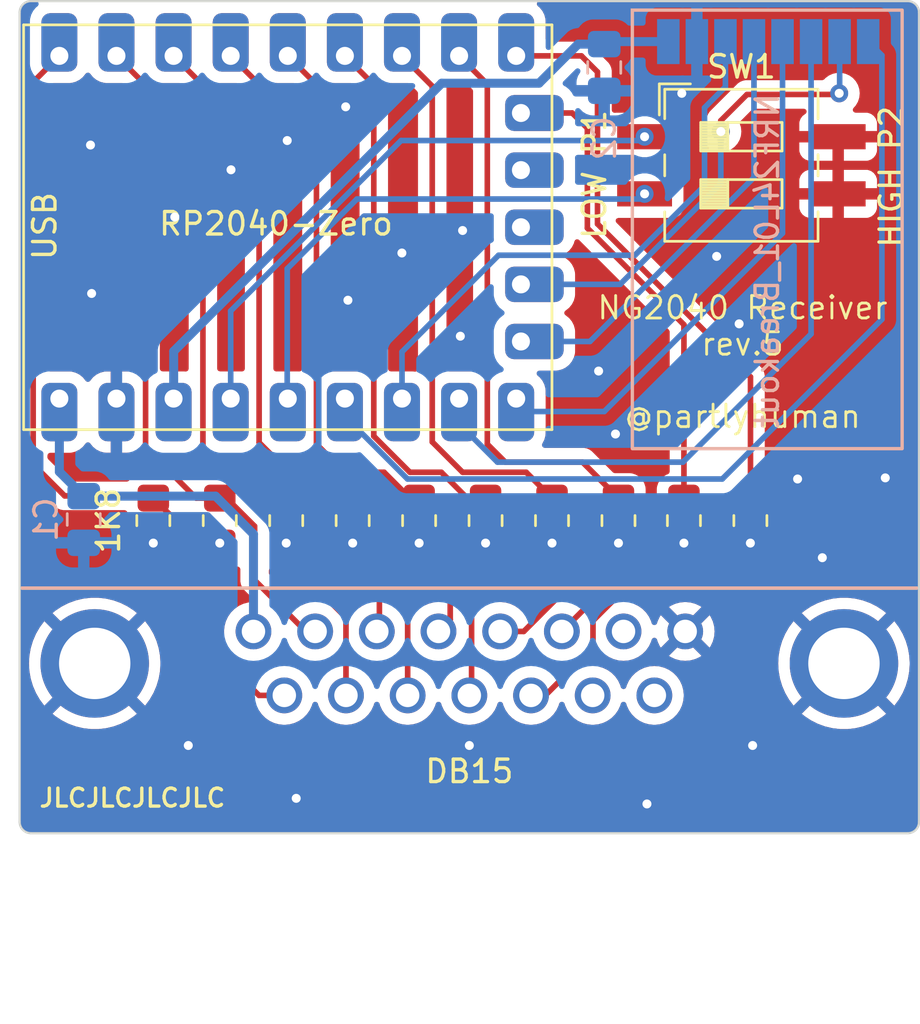
<source format=kicad_pcb>
(kicad_pcb (version 20240108) (generator "pcbnew") (generator_version "8.0")
  (title_block (title "NG2040 Receiver") (date "2023-11-18") (rev "5") (company "@partlyhuman"))
  (layers (0 "F.Cu" signal) (31 "B.Cu" signal) (34 "B.Paste" user) (35 "F.Paste" user) (36 "B.SilkS" user "B.Silkscreen") (37 "F.SilkS" user "F.Silkscreen") (38 "B.Mask" user) (39 "F.Mask" user) (44 "Edge.Cuts" user))
  (net 0 "")
  (net 2 "/VCC")
  (net 3 "/DD")
  (net 4 "/DR")
  (net 5 "/BB")
  (net 6 "/BD")
  (net 7 "/SEL")
  (net 9 "/DU")
  (net 10 "/DL")
  (net 11 "/BA")
  (net 12 "/BC")
  (net 13 "/STA")
  (net 14 "/MISO")
  (net 15 "/CS")
  (net 16 "/SCK")
  (net 17 "/MOSI")
  (net 18 "/CE")
  (net 19 "/IRQ")
  (net 21 "/3V3")
  (net 22 "GND")
  (net 23 "/SET_POWER")
  (net 24 "/SET_PLAYER")
  (footprint "Resistor_SMD:R_0805_2012Metric_Pad1.20x1.40mm_HandSolder" (layer "F.Cu") (at 97.76666 80.1 -90)
    (property "Reference" "R5")
    (property "Value" "1K8")
    (fp_line (start -0.227064 0.735) (end 0.227064 0.735) (stroke (width 0.12)) (layer "F.SilkS"))
    (fp_line (start -0.227064 -0.735) (end 0.227064 -0.735) (stroke (width 0.12)) (layer "F.SilkS"))
    (pad "1" smd roundrect (at -1 0 270) (size 1.2 1.4) (layers "F.Cu" "F.Paste" "F.Mask") (roundrect_rratio 0.2083333333) (net 11 "/BA"))
    (pad "2" smd roundrect (at 1 0 270) (size 1.2 1.4) (layers "F.Cu" "F.Paste" "F.Mask") (roundrect_rratio 0.2083333333) (net 22 "GND"))
  )
  (footprint "RP2040Zero:RP2040-Zero" (layer "F.Cu") (at 104.625 77.215 90)
    (property "Reference" "U1")
    (property "Value" "RP2040-Zero" (at 10.315 -13.225 0) (layer "F.SilkS"))
    (fp_line (start 19.16 -24.45) (end 1.16 -24.45) (stroke (width 0.12)) (layer "F.SilkS"))
    (fp_line (start 1.16 -24.45) (end 1.16 -0.95) (stroke (width 0.12)) (layer "F.SilkS"))
    (fp_line (start 19.16 -0.95) (end 19.16 -24.45) (stroke (width 0.12)) (layer "F.SilkS"))
    (fp_line (start 1.16 -0.95) (end 19.16 -0.95) (stroke (width 0.12)) (layer "F.SilkS"))
    (pad "1" thru_hole roundrect (at 17.78 -22.86 90) (size 2.6 1.6) (drill 0.8 (offset 0.6 0)) (layers "*.Cu" "*.Mask") (net 9 "/DU"))
    (pad "2" thru_hole roundrect (at 17.78 -20.32 90) (size 2.6 1.6) (drill 0.8 (offset 0.6 0)) (layers "*.Cu" "*.Mask") (net 3 "/DD"))
    (pad "3" thru_hole roundrect (at 17.78 -17.78 90) (size 2.6 1.6) (drill 0.8 (offset 0.6 0)) (layers "*.Cu" "*.Mask") (net 10 "/DL"))
    (pad "4" thru_hole roundrect (at 17.78 -15.24 90) (size 2.6 1.6) (drill 0.8 (offset 0.6 0)) (layers "*.Cu" "*.Mask") (net 4 "/DR"))
    (pad "5" thru_hole roundrect (at 17.78 -12.7 90) (size 2.6 1.6) (drill 0.8 (offset 0.6 0)) (layers "*.Cu" "*.Mask") (net 11 "/BA"))
    (pad "6" thru_hole roundrect (at 17.78 -10.16 90) (size 2.6 1.6002) (drill 0.8 (offset 0.6 0)) (layers "*.Cu" "*.Mask") (net 5 "/BB"))
    (pad "7" thru_hole roundrect (at 17.78 -7.62 90) (size 2.6 1.6002) (drill 0.8 (offset 0.6 0)) (layers "*.Cu" "*.Mask") (net 12 "/BC"))
    (pad "8" thru_hole roundrect (at 17.78 -5.08 90) (size 2.6 1.6002) (drill 0.8 (offset 0.6 0)) (layers "*.Cu" "*.Mask") (net 6 "/BD"))
    (pad "9" thru_hole roundrect (at 17.78 -2.54 90) (size 2.6 1.6002) (drill 0.8 (offset 0.6 0)) (layers "*.Cu" "*.Mask") (net 13 "/STA"))
    (pad "10" thru_hole roundrect (at 15.24 -2.33 90) (size 1.6 2.6) (drill 0.8 (offset 0 0.6)) (layers "*.Cu" "*.Mask") (net 7 "/SEL"))
    (pad "11" thru_hole roundrect (at 12.7 -2.33 90) (size 1.5748 2.6) (drill 0.8 (offset 0 0.6)) (layers "*.Cu" "*.Mask"))
    (pad "12" thru_hole roundrect (at 10.16 -2.33 90) (size 1.5748 2.6) (drill 0.8 (offset 0 0.6)) (layers "*.Cu" "*.Mask"))
    (pad "13" thru_hole roundrect (at 7.62 -2.33 90) (size 1.5748 2.6) (drill 0.8 (offset 0 0.6)) (layers "*.Cu" "*.Mask") (net 14 "/MISO"))
    (pad "14" thru_hole roundrect (at 5.08 -2.33 90) (size 1.5748 2.6) (drill 0.8 (offset 0 0.6)) (layers "*.Cu" "*.Mask") (net 15 "/CS"))
    (pad "15" thru_hole roundrect (at 2.54 -2.54 90) (size 2.6 1.6002) (drill 0.8 (offset -0.6 0)) (layers "*.Cu" "*.Mask") (net 16 "/SCK"))
    (pad "16" thru_hole roundrect (at 2.54 -5.08 90) (size 2.6 1.6002) (drill 0.8 (offset -0.6 0)) (layers "*.Cu" "*.Mask") (net 17 "/MOSI"))
    (pad "17" thru_hole roundrect (at 2.54 -7.62 90) (size 2.6 1.6002) (drill 0.8 (offset -0.6 0)) (layers "*.Cu" "*.Mask") (net 18 "/CE"))
    (pad "18" thru_hole roundrect (at 2.54 -10.16 90) (size 2.6 1.6002) (drill 0.8 (offset -0.6 0)) (layers "*.Cu" "*.Mask") (net 19 "/IRQ"))
    (pad "19" thru_hole roundrect (at 2.54 -12.7 90) (size 2.6 1.6002) (drill 0.8 (offset -0.6 0)) (layers "*.Cu" "*.Mask") (net 23 "/SET_POWER"))
    (pad "20" thru_hole roundrect (at 2.54 -15.24 90) (size 2.6 1.6002) (drill 0.8 (offset -0.6 0)) (layers "*.Cu" "*.Mask") (net 24 "/SET_PLAYER"))
    (pad "21" thru_hole roundrect (at 2.54 -17.78 90) (size 2.6 1.6002) (drill 0.8 (offset -0.6 0)) (layers "*.Cu" "*.Mask") (net 21 "/3V3"))
    (pad "22" thru_hole roundrect (at 2.54 -20.32 90) (size 2.6 1.6002) (drill 0.8 (offset -0.6 0)) (layers "*.Cu" "*.Mask") (net 22 "GND"))
    (pad "23" thru_hole roundrect (at 2.54 -22.86 90) (size 2.6 1.6002) (drill 0.8 (offset -0.6 0)) (layers "*.Cu" "*.Mask") (net 2 "/VCC"))
  )
  (footprint "DB15:TE_Connectivity-5747845-5-0-0-MFG" (layer "F.Cu") (at 100 92.75 180)
    (property "Reference" "J1" (hide yes))
    (property "Value" "DB15_F" (hide yes))
    (pad "0" thru_hole circle (at -16.6624 6.2992 180) (size 4.825 4.825) (drill 3.175) (layers "*.Cu" "*.Mask") (net 22 "GND"))
    (pad "0" thru_hole circle (at 16.6624 6.2992 180) (size 4.825 4.825) (drill 3.175) (layers "*.Cu" "*.Mask") (net 22 "GND"))
    (pad "1" thru_hole circle (at -9.601192 7.7216 180) (size 1.591397 1.591397) (drill 1.0414) (layers "*.Cu" "*.Mask") (net 22 "GND"))
    (pad "2" thru_hole circle (at -6.857993 7.7216 180) (size 1.591397 1.591397) (drill 1.0414) (layers "*.Cu" "*.Mask"))
    (pad "3" thru_hole circle (at -4.114794 7.7216 180) (size 1.591397 1.591397) (drill 1.0414) (layers "*.Cu" "*.Mask") (net 7 "/SEL"))
    (pad "4" thru_hole circle (at -1.371595 7.7216 180) (size 1.591397 1.591397) (drill 1.0414) (layers "*.Cu" "*.Mask") (net 6 "/BD"))
    (pad "5" thru_hole circle (at 1.371604 7.7216 180) (size 1.591397 1.591397) (drill 1.0414) (layers "*.Cu" "*.Mask") (net 5 "/BB"))
    (pad "6" thru_hole circle (at 4.114803 7.7216 180) (size 1.591397 1.591397) (drill 1.0414) (layers "*.Cu" "*.Mask") (net 4 "/DR"))
    (pad "7" thru_hole circle (at 6.858002 7.7216 180) (size 1.591397 1.591397) (drill 1.0414) (layers "*.Cu" "*.Mask") (net 3 "/DD"))
    (pad "8" thru_hole circle (at 9.601201 7.7216 180) (size 1.591397 1.591397) (drill 1.0414) (layers "*.Cu" "*.Mask") (net 2 "/VCC"))
    (pad "9" thru_hole circle (at -8.2296 4.8768 180) (size 1.591397 1.591397) (drill 1.0414) (layers "*.Cu" "*.Mask"))
    (pad "10" thru_hole circle (at -5.486401 4.8768 180) (size 1.591397 1.591397) (drill 1.0414) (layers "*.Cu" "*.Mask"))
    (pad "11" thru_hole circle (at -2.743202 4.8768 180) (size 1.591397 1.591397) (drill 1.0414) (layers "*.Cu" "*.Mask") (net 13 "/STA"))
    (pad "12" thru_hole circle (at -0.000003 4.8768 180) (size 1.591397 1.591397) (drill 1.0414) (layers "*.Cu" "*.Mask") (net 12 "/BC"))
    (pad "13" thru_hole circle (at 2.743196 4.8768 180) (size 1.591397 1.591397) (drill 1.0414) (layers "*.Cu" "*.Mask") (net 11 "/BA"))
    (pad "14" thru_hole circle (at 5.486395 4.8768 180) (size 1.591397 1.591397) (drill 1.0414) (layers "*.Cu" "*.Mask") (net 10 "/DL"))
    (pad "15" thru_hole circle (at 8.229594 4.8768 180) (size 1.591397 1.591397) (drill 1.0414) (layers "*.Cu" "*.Mask") (net 9 "/DU"))
  )
  (footprint "Resistor_SMD:R_0805_2012Metric_Pad1.20x1.40mm_HandSolder" (layer "F.Cu") (at 88.899995 80.1 -90)
    (property "Reference" "R2")
    (property "Value" "1K8")
    (fp_line (start -0.227064 0.735) (end 0.227064 0.735) (stroke (width 0.12)) (layer "F.SilkS"))
    (fp_line (start -0.227064 -0.735) (end 0.227064 -0.735) (stroke (width 0.12)) (layer "F.SilkS"))
    (pad "1" smd roundrect (at -1 0 270) (size 1.2 1.4) (layers "F.Cu" "F.Paste" "F.Mask") (roundrect_rratio 0.2083333333) (net 3 "/DD"))
    (pad "2" smd roundrect (at 1 0 270) (size 1.2 1.4) (layers "F.Cu" "F.Paste" "F.Mask") (roundrect_rratio 0.2083333333) (net 22 "GND"))
  )
  (footprint "Resistor_SMD:R_0805_2012Metric_Pad1.20x1.40mm_HandSolder" (layer "F.Cu") (at 103.67777 80.1 -90)
    (property "Reference" "R7")
    (property "Value" "1K8")
    (fp_line (start -0.227064 0.735) (end 0.227064 0.735) (stroke (width 0.12)) (layer "F.SilkS"))
    (fp_line (start -0.227064 -0.735) (end 0.227064 -0.735) (stroke (width 0.12)) (layer "F.SilkS"))
    (pad "1" smd roundrect (at -1 0 270) (size 1.2 1.4) (layers "F.Cu" "F.Paste" "F.Mask") (roundrect_rratio 0.2083333333) (net 12 "/BC"))
    (pad "2" smd roundrect (at 1 0 270) (size 1.2 1.4) (layers "F.Cu" "F.Paste" "F.Mask") (roundrect_rratio 0.2083333333) (net 22 "GND"))
  )
  (footprint "Resistor_SMD:R_0805_2012Metric_Pad1.20x1.40mm_HandSolder" (layer "F.Cu") (at 85.94444 80.1 -90)
    (property "Reference" "R1")
    (property "Value" "1K8" (at 0 2 90) (layer "F.SilkS"))
    (fp_line (start -0.227064 0.735) (end 0.227064 0.735) (stroke (width 0.12)) (layer "F.SilkS"))
    (fp_line (start -0.227064 -0.735) (end 0.227064 -0.735) (stroke (width 0.12)) (layer "F.SilkS"))
    (pad "1" smd roundrect (at -1 0 270) (size 1.2 1.4) (layers "F.Cu" "F.Paste" "F.Mask") (roundrect_rratio 0.2083333333) (net 9 "/DU"))
    (pad "2" smd roundrect (at 1 0 270) (size 1.2 1.4) (layers "F.Cu" "F.Paste" "F.Mask") (roundrect_rratio 0.2083333333) (net 22 "GND"))
  )
  (footprint "Resistor_SMD:R_0805_2012Metric_Pad1.20x1.40mm_HandSolder" (layer "F.Cu") (at 94.811105 80.1 -90)
    (property "Reference" "R4")
    (property "Value" "1K8")
    (fp_line (start -0.227064 0.735) (end 0.227064 0.735) (stroke (width 0.12)) (layer "F.SilkS"))
    (fp_line (start -0.227064 -0.735) (end 0.227064 -0.735) (stroke (width 0.12)) (layer "F.SilkS"))
    (pad "1" smd roundrect (at -1 0 270) (size 1.2 1.4) (layers "F.Cu" "F.Paste" "F.Mask") (roundrect_rratio 0.2083333333) (net 4 "/DR"))
    (pad "2" smd roundrect (at 1 0 270) (size 1.2 1.4) (layers "F.Cu" "F.Paste" "F.Mask") (roundrect_rratio 0.2083333333) (net 22 "GND"))
  )
  (footprint "Resistor_SMD:R_0805_2012Metric_Pad1.20x1.40mm_HandSolder" (layer "F.Cu") (at 112.5 80.1 -90)
    (property "Reference" "R9")
    (property "Value" "1K8")
    (fp_line (start -0.227064 0.735) (end 0.227064 0.735) (stroke (width 0.12)) (layer "F.SilkS"))
    (fp_line (start -0.227064 -0.735) (end 0.227064 -0.735) (stroke (width 0.12)) (layer "F.SilkS"))
    (pad "1" smd roundrect (at -1 0 270) (size 1.2 1.4) (layers "F.Cu" "F.Paste" "F.Mask") (roundrect_rratio 0.2083333333) (net 13 "/STA"))
    (pad "2" smd roundrect (at 1 0 270) (size 1.2 1.4) (layers "F.Cu" "F.Paste" "F.Mask") (roundrect_rratio 0.2083333333) (net 22 "GND"))
  )
  (footprint "Resistor_SMD:R_0805_2012Metric_Pad1.20x1.40mm_HandSolder" (layer "F.Cu") (at 109.54444 80.1 -90)
    (property "Reference" "R10")
    (property "Value" "1K8")
    (fp_line (start -0.227064 0.735) (end 0.227064 0.735) (stroke (width 0.12)) (layer "F.SilkS"))
    (fp_line (start -0.227064 -0.735) (end 0.227064 -0.735) (stroke (width 0.12)) (layer "F.SilkS"))
    (pad "1" smd roundrect (at -1 0 270) (size 1.2 1.4) (layers "F.Cu" "F.Paste" "F.Mask") (roundrect_rratio 0.2083333333) (net 7 "/SEL"))
    (pad "2" smd roundrect (at 1 0 270) (size 1.2 1.4) (layers "F.Cu" "F.Paste" "F.Mask") (roundrect_rratio 0.2083333333) (net 22 "GND"))
  )
  (footprint "Button_Switch_SMD:SW_DIP_SPSTx02_Slide_6.7x6.64mm_W8.61mm_P2.54mm_LowProfile" (layer "F.Cu") (at 112.1 64.3)
    (property "Reference" "SW1" (at 0 -4.38 0) (layer "F.SilkS"))
    (property "Value" "OPTS")
    (fp_line (start -3.65 -3.62) (end -3.65 -2.237) (stroke (width 0.12)) (layer "F.SilkS"))
    (fp_line (start -3.65 -3.62) (end -2.267 -3.62) (stroke (width 0.12)) (layer "F.SilkS"))
    (fp_line (start -3.41 -3.38) (end -3.41 -2.07) (stroke (width 0.12)) (layer "F.SilkS"))
    (fp_line (start -3.41 -3.38) (end 3.41 -3.38) (stroke (width 0.12)) (layer "F.SilkS"))
    (fp_line (start -3.41 -0.47) (end -3.41 0.47) (stroke (width 0.12)) (layer "F.SilkS"))
    (fp_line (start -3.41 2.07) (end -3.41 3.38) (stroke (width 0.12)) (layer "F.SilkS"))
    (fp_line (start -3.41 3.38) (end 3.41 3.38) (stroke (width 0.12)) (layer "F.SilkS"))
    (fp_line (start -1.81 -1.905) (end -1.81 -0.635) (stroke (width 0.12)) (layer "F.SilkS"))
    (fp_line (start -1.81 -1.785) (end -0.603333 -1.785) (stroke (width 0.12)) (layer "F.SilkS"))
    (fp_line (start -1.81 -1.665) (end -0.603333 -1.665) (stroke (width 0.12)) (layer "F.SilkS"))
    (fp_line (start -1.81 -1.545) (end -0.603333 -1.545) (stroke (width 0.12)) (layer "F.SilkS"))
    (fp_line (start -1.81 -1.425) (end -0.603333 -1.425) (stroke (width 0.12)) (layer "F.SilkS"))
    (fp_line (start -1.81 -1.305) (end -0.603333 -1.305) (stroke (width 0.12)) (layer "F.SilkS"))
    (fp_line (start -1.81 -1.185) (end -0.603333 -1.185) (stroke (width 0.12)) (layer "F.SilkS"))
    (fp_line (start -1.81 -1.065) (end -0.603333 -1.065) (stroke (width 0.12)) (layer "F.SilkS"))
    (fp_line (start -1.81 -0.945) (end -0.603333 -0.945) (stroke (width 0.12)) (layer "F.SilkS"))
    (fp_line (start -1.81 -0.825) (end -0.603333 -0.825) (stroke (width 0.12)) (layer "F.SilkS"))
    (fp_line (start -1.81 -0.705) (end -0.603333 -0.705) (stroke (width 0.12)) (layer "F.SilkS"))
    (fp_line (start -1.81 -0.635) (end 1.81 -0.635) (stroke (width 0.12)) (layer "F.SilkS"))
    (fp_line (start -1.81 0.635) (end -1.81 1.905) (stroke (width 0.12)) (layer "F.SilkS"))
    (fp_line (start -1.81 0.755) (end -0.603333 0.755) (stroke (width 0.12)) (layer "F.SilkS"))
    (fp_line (start -1.81 0.875) (end -0.603333 0.875) (stroke (width 0.12)) (layer "F.SilkS"))
    (fp_line (start -1.81 0.995) (end -0.603333 0.995) (stroke (width 0.12)) (layer "F.SilkS"))
    (fp_line (start -1.81 1.115) (end -0.603333 1.115) (stroke (width 0.12)) (layer "F.SilkS"))
    (fp_line (start -1.81 1.235) (end -0.603333 1.235) (stroke (width 0.12)) (layer "F.SilkS"))
    (fp_line (start -1.81 1.355) (end -0.603333 1.355) (stroke (width 0.12)) (layer "F.SilkS"))
    (fp_line (start -1.81 1.475) (end -0.603333 1.475) (stroke (width 0.12)) (layer "F.SilkS"))
    (fp_line (start -1.81 1.595) (end -0.603333 1.595) (stroke (width 0.12)) (layer "F.SilkS"))
    (fp_line (start -1.81 1.715) (end -0.603333 1.715) (stroke (width 0.12)) (layer "F.SilkS"))
    (fp_line (start -1.81 1.835) (end -0.603333 1.835) (stroke (width 0.12)) (layer "F.SilkS"))
    (fp_line (start -1.81 1.905) (end 1.81 1.905) (stroke (width 0.12)) (layer "F.SilkS"))
    (fp_line (start -0.603333 -1.905) (end -0.603333 -0.635) (stroke (width 0.12)) (layer "F.SilkS"))
    (fp_line (start -0.603333 0.635) (end -0.603333 1.905) (stroke (width 0.12)) (layer "F.SilkS"))
    (fp_line (start 1.81 -1.905) (end -1.81 -1.905) (stroke (width 0.12)) (layer "F.SilkS"))
    (fp_line (start 1.81 -0.635) (end 1.81 -1.905) (stroke (width 0.12)) (layer "F.SilkS"))
    (fp_line (start 1.81 0.635) (end -1.81 0.635) (stroke (width 0.12)) (layer "F.SilkS"))
    (fp_line (start 1.81 1.905) (end 1.81 0.635) (stroke (width 0.12)) (layer "F.SilkS"))
    (fp_line (start 3.41 -3.38) (end 3.41 -2.07) (stroke (width 0.12)) (layer "F.SilkS"))
    (fp_line (start 3.41 -0.47) (end 3.41 0.47) (stroke (width 0.12)) (layer "F.SilkS"))
    (fp_line (start 3.41 2.07) (end 3.41 3.38) (stroke (width 0.12)) (layer "F.SilkS"))
    (pad "1" smd rect (at -4.305 -1.27) (size 2.44 1.12) (layers "F.Cu" "F.Paste" "F.Mask") (net 24 "/SET_PLAYER"))
    (pad "2" smd rect (at -4.305 1.27) (size 2.44 1.12) (layers "F.Cu" "F.Paste" "F.Mask") (net 23 "/SET_POWER"))
    (pad "3" smd rect (at 4.305 1.27) (size 2.44 1.12) (layers "F.Cu" "F.Paste" "F.Mask") (net 22 "GND"))
    (pad "4" smd rect (at 4.305 -1.27) (size 2.44 1.12) (layers "F.Cu" "F.Paste" "F.Mask") (net 22 "GND"))
  )
  (footprint "Resistor_SMD:R_0805_2012Metric_Pad1.20x1.40mm_HandSolder" (layer "F.Cu") (at 106.633325 80.1 -90)
    (property "Reference" "R8")
    (property "Value" "1K8")
    (fp_line (start -0.227064 0.735) (end 0.227064 0.735) (stroke (width 0.12)) (layer "F.SilkS"))
    (fp_line (start -0.227064 -0.735) (end 0.227064 -0.735) (stroke (width 0.12)) (layer "F.SilkS"))
    (pad "1" smd roundrect (at -1 0 270) (size 1.2 1.4) (layers "F.Cu" "F.Paste" "F.Mask") (roundrect_rratio 0.2083333333) (net 6 "/BD"))
    (pad "2" smd roundrect (at 1 0 270) (size 1.2 1.4) (layers "F.Cu" "F.Paste" "F.Mask") (roundrect_rratio 0.2083333333) (net 22 "GND"))
  )
  (footprint "Resistor_SMD:R_0805_2012Metric_Pad1.20x1.40mm_HandSolder" (layer "F.Cu") (at 100.722215 80.1 -90)
    (property "Reference" "R6")
    (property "Value" "1K8")
    (fp_line (start -0.227064 0.735) (end 0.227064 0.735) (stroke (width 0.12)) (layer "F.SilkS"))
    (fp_line (start -0.227064 -0.735) (end 0.227064 -0.735) (stroke (width 0.12)) (layer "F.SilkS"))
    (pad "1" smd roundrect (at -1 0 270) (size 1.2 1.4) (layers "F.Cu" "F.Paste" "F.Mask") (roundrect_rratio 0.2083333333) (net 5 "/BB"))
    (pad "2" smd roundrect (at 1 0 270) (size 1.2 1.4) (layers "F.Cu" "F.Paste" "F.Mask") (roundrect_rratio 0.2083333333) (net 22 "GND"))
  )
  (footprint "Resistor_SMD:R_0805_2012Metric_Pad1.20x1.40mm_HandSolder" (layer "F.Cu") (at 91.85555 80.1 -90)
    (property "Reference" "R3")
    (property "Value" "1K8")
    (fp_line (start -0.227064 0.735) (end 0.227064 0.735) (stroke (width 0.12)) (layer "F.SilkS"))
    (fp_line (start -0.227064 -0.735) (end 0.227064 -0.735) (stroke (width 0.12)) (layer "F.SilkS"))
    (pad "1" smd roundrect (at -1 0 270) (size 1.2 1.4) (layers "F.Cu" "F.Paste" "F.Mask") (roundrect_rratio 0.2083333333) (net 10 "/DL"))
    (pad "2" smd roundrect (at 1 0 270) (size 1.2 1.4) (layers "F.Cu" "F.Paste" "F.Mask") (roundrect_rratio 0.2083333333) (net 22 "GND"))
  )
  (footprint "NRF24L01:NRF24L01-SMD" (layer "B.Cu") (at 113.25 67.5)
    (property "Reference" "U2")
    (property "Value" "NRF24L01_Breakout" (at 0 1.05 90) (layer "B.SilkS") (effects (justify mirror)))
    (pad "1" smd rect (at -3.13 -8.7) (size 1 2) (layers "B.Cu" "B.Paste" "B.Mask") (net 22 "GND"))
    (pad "2" smd rect (at -4.4 -8.7) (size 1 2) (layers "B.Cu" "B.Paste" "B.Mask") (net 21 "/3V3"))
    (pad "3" smd rect (at -1.86 -8.7) (size 1 2) (layers "B.Cu" "B.Paste" "B.Mask") (net 18 "/CE"))
    (pad "4" smd rect (at -0.59 -8.7) (size 1 2) (layers "B.Cu" "B.Paste" "B.Mask") (net 15 "/CS"))
    (pad "5" smd rect (at 0.68 -8.7) (size 1 2) (layers "B.Cu" "B.Paste" "B.Mask") (net 16 "/SCK"))
    (pad "6" smd rect (at 1.95 -8.7) (size 1 2) (layers "B.Cu" "B.Paste" "B.Mask") (net 17 "/MOSI"))
    (pad "7" smd rect (at 3.22 -8.7) (size 1 2) (layers "B.Cu" "B.Paste" "B.Mask") (net 14 "/MISO"))
    (pad "8" smd rect (at 4.49 -8.7) (size 1 2) (layers "B.Cu" "B.Paste" "B.Mask") (net 19 "/IRQ"))
  )
  (footprint "Capacitor_SMD:C_0805_2012Metric_Pad1.18x1.45mm_HandSolder" (layer "B.Cu") (at 106 59.95 -90)
    (property "Reference" "C2" (at 3.15 0 90) (layer "B.SilkS") (effects (justify mirror)))
    (property "Value" "0.1uF")
    (fp_line (start -0.261252 0.735) (end 0.261252 0.735) (stroke (width 0.12)) (layer "B.SilkS"))
    (fp_line (start -0.261252 -0.735) (end 0.261252 -0.735) (stroke (width 0.12)) (layer "B.SilkS"))
    (pad "1" smd roundrect (at -1.0375 0 270) (size 1.175 1.45) (layers "B.Cu" "B.Paste" "B.Mask") (roundrect_rratio 0.2127659574) (net 21 "/3V3"))
    (pad "2" smd roundrect (at 1.0375 0 270) (size 1.175 1.45) (layers "B.Cu" "B.Paste" "B.Mask") (roundrect_rratio 0.2127659574) (net 22 "GND"))
  )
  (footprint "Capacitor_SMD:C_0805_2012Metric_Pad1.18x1.45mm_HandSolder" (layer "B.Cu") (at 82.85 80.05 -90)
    (property "Reference" "C1" (at 0 1.68 90) (layer "B.SilkS") (effects (justify mirror)))
    (property "Value" "0.1uF")
    (fp_line (start -0.261252 0.735) (end 0.261252 0.735) (stroke (width 0.12)) (layer "B.SilkS"))
    (fp_line (start -0.261252 -0.735) (end 0.261252 -0.735) (stroke (width 0.12)) (layer "B.SilkS"))
    (pad "1" smd roundrect (at -1.0375 0 270) (size 1.175 1.45) (layers "B.Cu" "B.Paste" "B.Mask") (roundrect_rratio 0.2127659574) (net 2 "/VCC"))
    (pad "2" smd roundrect (at 1.0375 0 270) (size 1.175 1.45) (layers "B.Cu" "B.Paste" "B.Mask") (roundrect_rratio 0.2127659574) (net 22 "GND"))
  )
  (gr_line (start 119.9 83.1) (end 80.1 83.1) (stroke (width 0.15)) (layer "B.SilkS"))
  (gr_rect (start 107.25 57.4) (end 119.25 76.9) (stroke (width 0.15)) (fill none) (layer "B.SilkS"))
  (gr_line (start 80.1 83.1) (end 119.9 83.1) (stroke (width 0.15)) (layer "F.SilkS"))
  (gr_line (start 80.5 57) (end 119.5 57) (stroke (width 0.1)) (layer "Edge.Cuts"))
  (gr_line (start 80 93.5) (end 80 57.5) (stroke (width 0.1)) (layer "Edge.Cuts"))
  (gr_line (start 119.5 94) (end 80.5 94) (stroke (width 0.1)) (layer "Edge.Cuts"))
  (gr_arc (start 80 57.5) (mid 80.146447 57.146447) (end 80.5 57) (stroke (width 0.1)) (layer "Edge.Cuts"))
  (gr_line (start 120 57.5) (end 120 93.5) (stroke (width 0.1)) (layer "Edge.Cuts"))
  (gr_arc (start 119.5 57) (mid 119.853553 57.146447) (end 120 57.5) (stroke (width 0.1)) (layer "Edge.Cuts"))
  (gr_arc (start 120 93.5) (mid 119.853553 93.853553) (end 119.5 94) (stroke (width 0.1)) (layer "Edge.Cuts"))
  (gr_arc (start 80.5 94) (mid 80.146447 93.853553) (end 80 93.5) (stroke (width 0.1)) (layer "Edge.Cuts"))
  (gr_text "DB15" (at 100 91.25 0) (layer "F.SilkS") (effects (font (size 1 1))))
  (gr_text "LOW P1" (at 106.15 61.75 90) (layer "F.SilkS") (effects (font (size 1 1)) (justify right bottom)))
  (gr_text "HIGH P2" (at 119.35 68.05 90) (layer "F.SilkS") (effects (font (size 1 1)) (justify left bottom)))
  (gr_text "JLCJLCJLCJLC" (at 80.8 92.9 0) (layer "F.SilkS") (effects (font (size 0.8 0.8)) (justify left bottom)))
  (gr_text "USB" (at 81.7 67 90) (layer "F.SilkS") (effects (font (size 1 1)) (justify bottom)))
  (gr_text "${TITLE}\nrev.${REVISION}\n\n${COMPANY}" (at 112.15 70.05 0) (layer "F.SilkS") (effects (font (size 1 1) (thickness 0.125)) (justify top)))
  (segment (start 81.765 77.9275) (end 82.85 79.0125) (width 0.4) (layer "B.Cu") (net 2))
  (segment (start 88.7125 79.0125) (end 90.398799 80.698799) (width 0.4) (layer "B.Cu") (net 2))
  (segment (start 81.765 74.675) (end 81.765 77.9275) (width 0.4) (layer "B.Cu") (net 2))
  (segment (start 90.398799 80.698799) (end 90.398799 85.0284) (width 0.4) (layer "B.Cu") (net 2))
  (segment (start 82.85 79.0125) (end 88.7125 79.0125) (width 0.4) (layer "B.Cu") (net 2))
  (segment (start 90.45 82.75) (end 90.45 80.35) (width 0.25) (layer "F.Cu") (net 3))
  (segment (start 89.2 79.1) (end 87.8502 79.1) (width 0.25) (layer "F.Cu") (net 3))
  (segment (start 93.141998 85.0284) (end 92.7284 85.0284) (width 0.25) (layer "F.Cu") (net 3))
  (segment (start 87.8502 79.1) (end 85.6 76.8498) (width 0.25) (layer "F.Cu") (net 3))
  (segment (start 85.6 60.73) (end 84.305 59.435) (width 0.25) (layer "F.Cu") (net 3))
  (segment (start 90.45 80.35) (end 89.2 79.1) (width 0.25) (layer "F.Cu") (net 3))
  (segment (start 92.7284 85.0284) (end 90.45 82.75) (width 0.25) (layer "F.Cu") (net 3))
  (segment (start 85.6 76.8498) (end 85.6 60.73) (width 0.25) (layer "F.Cu") (net 3))
  (segment (start 96 80.288895) (end 96 84.913597) (width 0.25) (layer "F.Cu") (net 4))
  (segment (start 91.9702 77.95) (end 93.65 77.95) (width 0.25) (layer "F.Cu") (net 4))
  (segment (start 90.65 60.7) (end 90.65 76.6298) (width 0.25) (layer "F.Cu") (net 4))
  (segment (start 96 84.913597) (end 95.885197 85.0284) (width 0.25) (layer "F.Cu") (net 4))
  (segment (start 94.811105 79.1) (end 96 80.288895) (width 0.25) (layer "F.Cu") (net 4))
  (segment (start 94.8 79.1) (end 94.811105 79.1) (width 0.25) (layer "F.Cu") (net 4))
  (segment (start 93.65 77.95) (end 94.8 79.1) (width 0.25) (layer "F.Cu") (net 4))
  (segment (start 90.65 76.6298) (end 91.9702 77.95) (width 0.25) (layer "F.Cu") (net 4))
  (segment (start 89.385 59.435) (end 90.65 60.7) (width 0.25) (layer "F.Cu") (net 4))
  (segment (start 95.75 76.345376) (end 97.354624 77.95) (width 0.25) (layer "F.Cu") (net 5))
  (segment (start 99.905376 79.1) (end 100.722215 79.1) (width 0.25) (layer "F.Cu") (net 5))
  (segment (start 97.354624 77.95) (end 98.755376 77.95) (width 0.25) (layer "F.Cu") (net 5))
  (segment (start 99.15 84.506796) (end 98.628396 85.0284) (width 0.25) (layer "F.Cu") (net 5))
  (segment (start 99.15 80.672215) (end 99.15 84.506796) (width 0.25) (layer "F.Cu") (net 5))
  (segment (start 94.465 59.435) (end 95.75 60.72) (width 0.25) (layer "F.Cu") (net 5))
  (segment (start 95.75 60.72) (end 95.75 76.345376) (width 0.25) (layer "F.Cu") (net 5))
  (segment (start 98.755376 77.95) (end 99.905376 79.1) (width 0.25) (layer "F.Cu") (net 5))
  (segment (start 100.722215 79.1) (end 99.15 80.672215) (width 0.25) (layer "F.Cu") (net 5))
  (segment (start 100.8 60.69) (end 100.8 76.7) (width 0.25) (layer "F.Cu") (net 6))
  (segment (start 105.55 79.1) (end 106.633325 79.1) (width 0.25) (layer "F.Cu") (net 6))
  (segment (start 101.371595 85.0284) (end 102.4216 85.0284) (width 0.25) (layer "F.Cu") (net 6))
  (segment (start 104.70833 82.74167) (end 104.70833 79.94167) (width 0.25) (layer "F.Cu") (net 6))
  (segment (start 101.6 77.5) (end 105.033325 77.5) (width 0.25) (layer "F.Cu") (net 6))
  (segment (start 100.8 76.7) (end 101.6 77.5) (width 0.25) (layer "F.Cu") (net 6))
  (segment (start 105.033325 77.5) (end 106.633325 79.1) (width 0.25) (layer "F.Cu") (net 6))
  (segment (start 99.545 59.435) (end 100.8 60.69) (width 0.25) (layer "F.Cu") (net 6))
  (segment (start 102.4216 85.0284) (end 104.70833 82.74167) (width 0.25) (layer "F.Cu") (net 6))
  (segment (start 104.70833 79.94167) (end 105.55 79.1) (width 0.25) (layer "F.Cu") (net 6))
  (segment (start 105.25 62.65) (end 104.575 61.975) (width 0.25) (layer "F.Cu") (net 7))
  (segment (start 105.15833 80.811822) (end 105.945152 80.025) (width 0.25) (layer "F.Cu") (net 7))
  (segment (start 109.54444 71.388045) (end 105.25 67.093605) (width 0.25) (layer "F.Cu") (net 7))
  (segment (start 104.114794 85.0284) (end 105.15833 83.984864) (width 0.25) (layer "F.Cu") (net 7))
  (segment (start 105.15833 83.984864) (end 105.15833 80.811822) (width 0.25) (layer "F.Cu") (net 7))
  (segment (start 109.54444 79.1) (end 109.54444 71.388045) (width 0.25) (layer "F.Cu") (net 7))
  (segment (start 104.575 61.975) (end 102.295 61.975) (width 0.25) (layer "F.Cu") (net 7))
  (segment (start 108.61944 80.025) (end 109.54444 79.1) (width 0.25) (layer "F.Cu") (net 7))
  (segment (start 105.945152 80.025) (end 108.61944 80.025) (width 0.25) (layer "F.Cu") (net 7))
  (segment (start 105.25 67.093605) (end 105.25 62.65) (width 0.25) (layer "F.Cu") (net 7))
  (segment (start 90.64512 87.8732) (end 91.770406 87.8732) (width 0.25) (layer "F.Cu") (net 9))
  (segment (start 87.55 84.77808) (end 90.64512 87.8732) (width 0.25) (layer "F.Cu") (net 9))
  (segment (start 85.84444 79) (end 87.55 80.70556) (width 0.25) (layer "F.Cu") (net 9))
  (segment (start 82 79) (end 85.84444 79) (width 0.25) (layer "F.Cu") (net 9))
  (segment (start 80.6 60.6) (end 80.6 77.6) (width 0.25) (layer "F.Cu") (net 9))
  (segment (start 80.6 77.6) (end 82 79) (width 0.25) (layer "F.Cu") (net 9))
  (segment (start 87.55 80.70556) (end 87.55 84.77808) (width 0.25) (layer "F.Cu") (net 9))
  (segment (start 81.765 59.435) (end 80.6 60.6) (width 0.25) (layer "F.Cu") (net 9))
  (segment (start 93.3 83.2) (end 94.513605 84.413605) (width 0.25) (layer "F.Cu") (net 10))
  (segment (start 94.513605 84.413605) (end 94.513605 87.8732) (width 0.25) (layer "F.Cu") (net 10))
  (segment (start 86.845 59.435) (end 88.15 60.74) (width 0.25) (layer "F.Cu") (net 10))
  (segment (start 90.7 77.95) (end 91.85 79.1) (width 0.25) (layer "F.Cu") (net 10))
  (segment (start 88.15 60.74) (end 88.15 77) (width 0.25) (layer "F.Cu") (net 10))
  (segment (start 88.15 77) (end 89.1 77.95) (width 0.25) (layer "F.Cu") (net 10))
  (segment (start 91.85 79.1) (end 91.85555 79.1) (width 0.25) (layer "F.Cu") (net 10))
  (segment (start 93.3 80.54445) (end 93.3 83.2) (width 0.25) (layer "F.Cu") (net 10))
  (segment (start 89.1 77.95) (end 90.7 77.95) (width 0.25) (layer "F.Cu") (net 10))
  (segment (start 91.85555 79.1) (end 93.3 80.54445) (width 0.25) (layer "F.Cu") (net 10))
  (segment (start 93.2 60.71) (end 93.2 76.7) (width 0.25) (layer "F.Cu") (net 11))
  (segment (start 94.45 77.95) (end 96.20833 77.95) (width 0.25) (layer "F.Cu") (net 11))
  (segment (start 97.256804 87.8732) (end 97.256804 83.956804) (width 0.25) (layer "F.Cu") (net 11))
  (segment (start 97.35833 79.1) (end 97.76666 79.1) (width 0.25) (layer "F.Cu") (net 11))
  (segment (start 96.6 83.3) (end 96.6 80.26666) (width 0.25) (layer "F.Cu") (net 11))
  (segment (start 91.925 59.435) (end 93.2 60.71) (width 0.25) (layer "F.Cu") (net 11))
  (segment (start 96.20833 77.95) (end 97.35833 79.1) (width 0.25) (layer "F.Cu") (net 11))
  (segment (start 96.6 80.26666) (end 97.76666 79.1) (width 0.25) (layer "F.Cu") (net 11))
  (segment (start 93.2 76.7) (end 94.45 77.95) (width 0.25) (layer "F.Cu") (net 11))
  (segment (start 97.256804 83.956804) (end 96.6 83.3) (width 0.25) (layer "F.Cu") (net 11))
  (segment (start 99.7 77.95) (end 102.52777 77.95) (width 0.25) (layer "F.Cu") (net 12))
  (segment (start 100.1 83.8) (end 102.25 81.65) (width 0.25) (layer "F.Cu") (net 12))
  (segment (start 102.52777 77.95) (end 103.67777 79.1) (width 0.25) (layer "F.Cu") (net 12))
  (segment (start 97.005 59.435) (end 98.35 60.78) (width 0.25) (layer "F.Cu") (net 12))
  (segment (start 98.35 60.78) (end 98.35 76.6) (width 0.25) (layer "F.Cu") (net 12))
  (segment (start 102.25 81.65) (end 102.25 80.057299) (width 0.25) (layer "F.Cu") (net 12))
  (segment (start 102.25 80.057299) (end 103.207299 79.1) (width 0.25) (layer "F.Cu") (net 12))
  (segment (start 100.000003 87.8732) (end 100.1 87.773203) (width 0.25) (layer "F.Cu") (net 12))
  (segment (start 103.207299 79.1) (end 103.67777 79.1) (width 0.25) (layer "F.Cu") (net 12))
  (segment (start 100.1 87.773203) (end 100.1 83.8) (width 0.25) (layer "F.Cu") (net 12))
  (segment (start 98.35 76.6) (end 99.7 77.95) (width 0.25) (layer "F.Cu") (net 12))
  (segment (start 104.985 59.435) (end 102.085 59.435) (width 0.25) (layer "F.Cu") (net 13))
  (segment (start 111.25 81.7) (end 111.25 80.35) (width 0.25) (layer "F.Cu") (net 13))
  (segment (start 105.7 60.15) (end 104.985 59.435) (width 0.25) (layer "F.Cu") (net 13))
  (segment (start 102.743202 87.8732) (end 103.3768 87.8732) (width 0.25) (layer "F.Cu") (net 13))
  (segment (start 112.5 79.1) (end 112.50556 79.09444) (width 0.25) (layer "F.Cu") (net 13))
  (segment (start 105.5 85.75) (end 105.5 84.55) (width 0.25) (layer "F.Cu") (net 13))
  (segment (start 107.8 82.25) (end 110.7 82.25) (width 0.25) (layer "F.Cu") (net 13))
  (segment (start 110.7 82.25) (end 111.25 81.7) (width 0.25) (layer "F.Cu") (net 13))
  (segment (start 111.25 80.35) (end 112.5 79.1) (width 0.25) (layer "F.Cu") (net 13))
  (segment (start 103.3768 87.8732) (end 105.5 85.75) (width 0.25) (layer "F.Cu") (net 13))
  (segment (start 112.50556 73.712769) (end 105.7 66.907209) (width 0.25) (layer "F.Cu") (net 13))
  (segment (start 112.50556 79.09444) (end 112.50556 73.712769) (width 0.25) (layer "F.Cu") (net 13))
  (segment (start 105.5 84.55) (end 107.8 82.25) (width 0.25) (layer "F.Cu") (net 13))
  (segment (start 105.7 66.907209) (end 105.7 60.15) (width 0.25) (layer "F.Cu") (net 13))
  (segment (start 116.4 61.15) (end 112.35 61.15) (width 0.25) (layer "F.Cu") (net 14))
  (segment (start 116.45 61.1) (end 116.4 61.15) (width 0.25) (layer "F.Cu") (net 14))
  (segment (start 111.1855 62.3145) (end 111.1855 62.8) (width 0.25) (layer "F.Cu") (net 14))
  (segment (start 112.35 61.15) (end 111.1855 62.3145) (width 0.25) (layer "F.Cu") (net 14))
  (via (at 111.1855 62.8) (size 0.8) (drill 0.4) (layers "F.Cu" "B.Cu") (net 14))
  (via (at 116.45 61.1) (size 0.8) (drill 0.4) (layers "F.Cu" "B.Cu") (net 14))
  (segment (start 111.1855 65.1145) (end 106.705 69.595) (width 0.25) (layer "B.Cu") (net 14))
  (segment (start 116.45 61.1) (end 116.47 61.08) (width 0.25) (layer "B.Cu") (net 14))
  (segment (start 116.47 61.08) (end 116.47 58.8) (width 0.25) (layer "B.Cu") (net 14))
  (segment (start 106.705 69.595) (end 102.295 69.595) (width 0.25) (layer "B.Cu") (net 14))
  (segment (start 111.1855 62.8) (end 111.1855 65.1145) (width 0.25) (layer "B.Cu") (net 14))
  (segment (start 112.66 64.84) (end 105.365 72.135) (width 0.25) (layer "B.Cu") (net 15))
  (segment (start 112.66 58.8) (end 112.66 64.84) (width 0.25) (layer "B.Cu") (net 15))
  (segment (start 105.365 72.135) (end 102.295 72.135) (width 0.25) (layer "B.Cu") (net 15))
  (segment (start 113.93 58.8) (end 113.93 67.32) (width 0.25) (layer "B.Cu") (net 16))
  (segment (start 102.66 75.25) (end 102.085 74.675) (width 0.25) (layer "B.Cu") (net 16))
  (segment (start 106 75.25) (end 102.66 75.25) (width 0.25) (layer "B.Cu") (net 16))
  (segment (start 113.93 67.32) (end 106 75.25) (width 0.25) (layer "B.Cu") (net 16))
  (segment (start 115.2 58.8) (end 115.2 71.8) (width 0.25) (layer "B.Cu") (net 17))
  (segment (start 109.5 77.5) (end 101.25 77.5) (width 0.25) (layer "B.Cu") (net 17))
  (segment (start 101.25 77.5) (end 99.545 75.795) (width 0.25) (layer "B.Cu") (net 17))
  (segment (start 99.545 75.795) (end 99.545 74.675) (width 0.25) (layer "B.Cu") (net 17))
  (segment (start 115.2 71.8) (end 109.5 77.5) (width 0.25) (layer "B.Cu") (net 17))
  (segment (start 110.4605 65.203104) (end 107.363604 68.3) (width 0.25) (layer "B.Cu") (net 18))
  (segment (start 107.363604 68.3) (end 101.3 68.3) (width 0.25) (layer "B.Cu") (net 18))
  (segment (start 101.3 68.3) (end 97.005 72.595) (width 0.25) (layer "B.Cu") (net 18))
  (segment (start 111.39 60.81) (end 110.4605 61.7395) (width 0.25) (layer "B.Cu") (net 18))
  (segment (start 97.005 72.595) (end 97.005 74.675) (width 0.25) (layer "B.Cu") (net 18))
  (segment (start 110.4605 61.7395) (end 110.4605 65.203104) (width 0.25) (layer "B.Cu") (net 18))
  (segment (start 111.39 58.8) (end 111.39 60.81) (width 0.25) (layer "B.Cu") (net 18))
  (segment (start 94.465 75.465) (end 94.465 74.675) (width 0.25) (layer "B.Cu") (net 19))
  (segment (start 111.25 78.25) (end 97.25 78.25) (width 0.25) (layer "B.Cu") (net 19))
  (segment (start 118.35 71.15) (end 111.25 78.25) (width 0.25) (layer "B.Cu") (net 19))
  (segment (start 97.25 78.25) (end 94.465 75.465) (width 0.25) (layer "B.Cu") (net 19))
  (segment (start 118.35 59.41) (end 118.35 71.15) (width 0.25) (layer "B.Cu") (net 19))
  (segment (start 117.74 58.8) (end 118.35 59.41) (width 0.25) (layer "B.Cu") (net 19))
  (segment (start 98.771142 60.65) (end 103.1 60.65) (width 0.4) (layer "B.Cu") (net 21))
  (segment (start 86.85 72.571142) (end 98.771142 60.65) (width 0.4) (layer "B.Cu") (net 21))
  (segment (start 106.1125 58.8) (end 108.85 58.8) (width 0.4) (layer "B.Cu") (net 21))
  (segment (start 86.85 74.67) (end 86.85 72.571142) (width 0.4) (layer "B.Cu") (net 21))
  (segment (start 104.8375 58.9125) (end 106 58.9125) (width 0.4) (layer "B.Cu") (net 21))
  (segment (start 103.1 60.65) (end 104.8375 58.9125) (width 0.4) (layer "B.Cu") (net 21))
  (segment (start 106 58.9125) (end 106.1125 58.8) (width 0.4) (layer "B.Cu") (net 21))
  (segment (start 86.845 74.675) (end 86.85 74.67) (width 0.4) (layer "B.Cu") (net 21))
  (segment (start 84.305 73.255) (end 84.3 73.25) (width 0.5) (layer "F.Cu") (net 22))
  (segment (start 84.305 73.255) (end 84.305 74.675) (width 0.5) (layer "F.Cu") (net 22))
  (via (at 83.15 63.4) (size 0.8) (drill 0.4) (layers "F.Cu" "B.Cu") (net 22))
  (via (at 86.9 66.6) (size 0.8) (drill 0.4) (layers "F.Cu" "B.Cu") (net 22))
  (via (at 97.76666 81.1) (size 0.8) (drill 0.4) (layers "F.Cu" "B.Cu") (net 22))
  (via (at 99.7 67.2) (size 0.8) (drill 0.4) (layers "F.Cu" "B.Cu") (net 22))
  (via (at 118.5 78.2) (size 0.8) (drill 0.4) (layers "F.Cu" "B.Cu") (net 22))
  (via (at 87.5 90.1) (size 0.8) (drill 0.4) (layers "F.Cu" "B.Cu") (net 22))
  (via (at 112.5 81.1) (size 0.8) (drill 0.4) (layers "F.Cu" "B.Cu") (net 22))
  (via (at 109.45 61.1) (size 0.8) (drill 0.4) (layers "F.Cu" "B.Cu") (net 22))
  (via (at 85.94444 81.1) (size 0.8) (drill 0.4) (layers "F.Cu" "B.Cu") (net 22))
  (via (at 100 90.1) (size 0.8) (drill 0.4) (layers "F.Cu" "B.Cu") (net 22))
  (via (at 112 71.35) (size 0.8) (drill 0.4) (layers "F.Cu" "B.Cu") (net 22))
  (via (at 94.811105 81.1) (size 0.8) (drill 0.4) (layers "F.Cu" "B.Cu") (net 22))
  (via (at 109.54444 81.1) (size 0.8) (drill 0.4) (layers "F.Cu" "B.Cu") (net 22))
  (via (at 111 68.35) (size 0.8) (drill 0.4) (layers "F.Cu" "B.Cu") (net 22))
  (via (at 91.9 63.2) (size 0.8) (drill 0.4) (layers "F.Cu" "B.Cu") (net 22))
  (via (at 92.3 92.45) (size 0.8) (drill 0.4) (layers "F.Cu" "B.Cu") (net 22))
  (via (at 103.67777 81.1) (size 0.8) (drill 0.4) (layers "F.Cu" "B.Cu") (net 22))
  (via (at 100.722215 81.1) (size 0.8) (drill 0.4) (layers "F.Cu" "B.Cu") (net 22))
  (via (at 107.9 92.7) (size 0.8) (drill 0.4) (layers "F.Cu" "B.Cu") (net 22))
  (via (at 112.6 90.1) (size 0.8) (drill 0.4) (layers "F.Cu" "B.Cu") (net 22))
  (via (at 115.7 81.75) (size 0.8) (drill 0.4) (layers "F.Cu" "B.Cu") (net 22))
  (via (at 94.6 70.3) (size 0.8) (drill 0.4) (layers "F.Cu" "B.Cu") (net 22))
  (via (at 114.6 78.25) (size 0.8) (drill 0.4) (layers "F.Cu" "B.Cu") (net 22))
  (via (at 99.6 71.9) (size 0.8) (drill 0.4) (layers "F.Cu" "B.Cu") (net 22))
  (via (at 91.85555 81.1) (size 0.8) (drill 0.4) (layers "F.Cu" "B.Cu") (net 22))
  (via (at 89.4 64.5) (size 0.8) (drill 0.4) (layers "F.Cu" "B.Cu") (net 22))
  (via (at 88.899995 81.1) (size 0.8) (drill 0.4) (layers "F.Cu" "B.Cu") (net 22))
  (via (at 94.5 61.7) (size 0.8) (drill 0.4) (layers "F.Cu" "B.Cu") (net 22))
  (via (at 105.75 73.45) (size 0.8) (drill 0.4) (layers "F.Cu" "B.Cu") (net 22))
  (via (at 83.2 70) (size 0.8) (drill 0.4) (layers "F.Cu" "B.Cu") (net 22))
  (via (at 106.633325 81.1) (size 0.8) (drill 0.4) (layers "F.Cu" "B.Cu") (net 22))
  (via (at 97 68.2) (size 0.8) (drill 0.4) (layers "F.Cu" "B.Cu") (net 22))
  (via (at 106.5 76.25) (size 0.8) (drill 0.4) (layers "F.Cu" "B.Cu") (net 22))
  (segment (start 93.3 71.2) (end 94.2 70.3) (width 0.25) (layer "B.Cu") (net 22))
  (segment (start 109.45 61.1) (end 110.12 60.43) (width 0.25) (layer "B.Cu") (net 22))
  (segment (start 92.55555 81.1) (end 93.3 80.35555) (width 0.25) (layer "B.Cu") (net 22))
  (segment (start 94.2 70.3) (end 94.6 70.3) (width 0.25) (layer "B.Cu") (net 22))
  (segment (start 93.3 80.35555) (end 93.3 71.2) (width 0.25) (layer "B.Cu") (net 22))
  (segment (start 110.12 60.43) (end 110.12 58.8) (width 0.25) (layer "B.Cu") (net 22))
  (segment (start 91.85555 81.1) (end 92.55555 81.1) (width 0.25) (layer "B.Cu") (net 22))
  (via (at 107.795 65.57) (size 0.8) (drill 0.4) (layers "F.Cu" "B.Cu") (net 23))
  (segment (start 91.9 74.65) (end 91.925 74.675) (width 0.25) (layer "B.Cu") (net 23))
  (segment (start 95 65.8) (end 91.9 68.9) (width 0.25) (layer "B.Cu") (net 23))
  (segment (start 91.9 68.9) (end 91.9 74.65) (width 0.25) (layer "B.Cu") (net 23))
  (segment (start 107.795 65.57) (end 107.565 65.8) (width 0.25) (layer "B.Cu") (net 23))
  (segment (start 107.565 65.8) (end 95 65.8) (width 0.25) (layer "B.Cu") (net 23))
  (via (at 107.795 63.03) (size 0.8) (drill 0.4) (layers "F.Cu" "B.Cu") (net 24))
  (segment (start 107.795 63.03) (end 107.625 63.2) (width 0.25) (layer "B.Cu") (net 24))
  (segment (start 89.385 70.778604) (end 89.385 74.675) (width 0.25) (layer "B.Cu") (net 24))
  (segment (start 107.625 63.2) (end 96.963604 63.2) (width 0.25) (layer "B.Cu") (net 24))
  (segment (start 96.963604 63.2) (end 89.385 70.778604) (width 0.25) (layer "B.Cu") (net 24))
  (zone (net 22) (net_name "GND") (layers "F&B.Cu") (name "GroundPlane") (connect_pads (clearance 0.508)) (min_thickness 0.254) (fill yes (thermal_gap 0.508) (thermal_bridge_width 0.508))
    (polygon (pts (xy 120 102.5) (xy 80 102.5) (xy 80 57) (xy 120 57)))
  )
)
</source>
